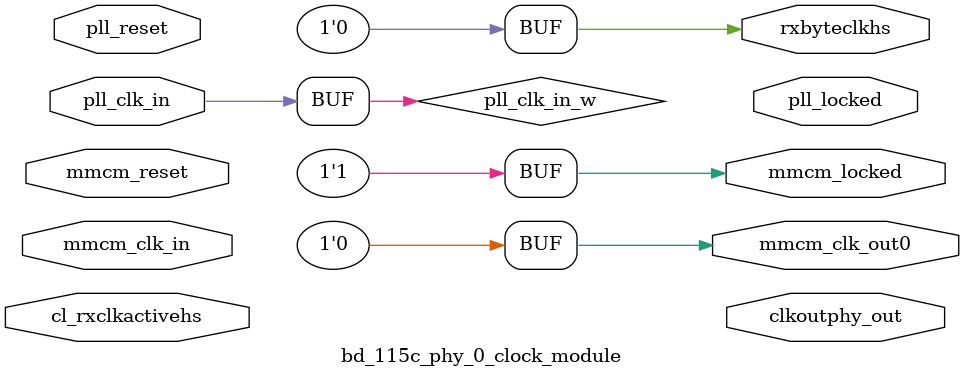
<source format=v>

`timescale 1ps/1ps

(* DowngradeIPIdentifiedWarnings="yes" *)
module bd_115c_phy_0_clock_module
#(
   parameter C_DPHY_LANES = 2,
   parameter MTBF_SYNC_STAGES = 3,
   parameter C_HS_LINE_RATE = 1000,
   parameter C_STABLE_CLK_PERIOD = 10,
   parameter C_TXPLL_CLKIN_PERIOD = 8.0,
   parameter EN_DPHY_IO = 1
   )
   (
       input               mmcm_clk_in,
       output              mmcm_clk_out0,
       input               cl_rxclkactivehs,
       output              rxbyteclkhs,
       input               pll_clk_in,
       output              clkoutphy_out,
       output              pll_locked,
       input               pll_reset,
       output              mmcm_locked,
       input               mmcm_reset
   );

   wire               pll_clk_in_w;
   wire               pll_locked_w;
   wire               pll_locked_sync;
   reg                clkoutphy_en;
   reg  [7:0]         clkoutphy_en_cntr;


assign  rxbyteclkhs   = 1'b0;
assign  mmcm_locked   = 1'b1;
assign  mmcm_clk_out0 = 1'b0;
assign  pll_clk_in_w  = pll_clk_in;

   //TXPLL Attributes for 1500 MHz CLKOUTPHY
   localparam  C_TXPLL_CLKIN_PERIOD_T   = 5.000;
   localparam  C_TXPLL_CLKOUTPHY_MODE   = "VCO";
   localparam  C_PLL_DIVCLK_DIVIDE      = 2;
   localparam  C_TXPLL_CLKFBOUT_MULT    = 15;
   localparam  C_TXPLL_CLKOUT0_DIVIDE   = 8;
   localparam  C_TXPLL_CLKOUT1_DIVIDE   = 8;

// This below logic will not get generated for Design (i.e. It will be
// generated for Exdes)
// As this module itself will not get generated if support level is 0
// This module is being used for Exdes So below logic has to be there

// ONLY FOR VERSAL 
//
// This below logic will not get generated for Design (i.e. It will be
// generated for Exdes)
// As this module itself will not get generated if support level is 0
// This module is being used for Exdes So below logic has to be there

endmodule


</source>
